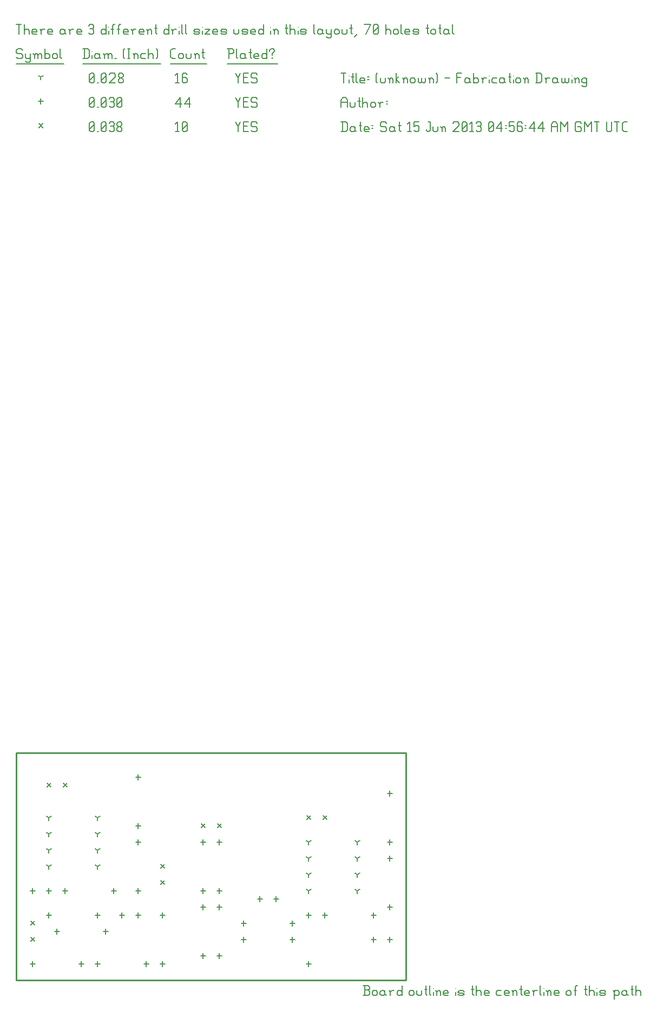
<source format=gbr>
G04 start of page 12 for group -3984 idx -3984 *
G04 Title: (unknown), fab *
G04 Creator: pcb 20110918 *
G04 CreationDate: Sat 15 Jun 2013 04:56:44 AM GMT UTC *
G04 For: commonadmin *
G04 Format: Gerber/RS-274X *
G04 PCB-Dimensions: 600000 500000 *
G04 PCB-Coordinate-Origin: lower left *
%MOIN*%
%FSLAX25Y25*%
%LNFAB*%
%ADD40C,0.0100*%
%ADD39C,0.0075*%
%ADD38C,0.0060*%
%ADD37C,0.0080*%
G54D37*X18800Y121200D02*X21200Y118800D01*
X18800D02*X21200Y121200D01*
X28800D02*X31200Y118800D01*
X28800D02*X31200Y121200D01*
X88800Y71200D02*X91200Y68800D01*
X88800D02*X91200Y71200D01*
X88800Y61200D02*X91200Y58800D01*
X88800D02*X91200Y61200D01*
X8800Y26200D02*X11200Y23800D01*
X8800D02*X11200Y26200D01*
X8800Y36200D02*X11200Y33800D01*
X8800D02*X11200Y36200D01*
X178800Y101200D02*X181200Y98800D01*
X178800D02*X181200Y101200D01*
X188800D02*X191200Y98800D01*
X188800D02*X191200Y101200D01*
X123800Y96200D02*X126200Y93800D01*
X123800D02*X126200Y96200D01*
X113800D02*X116200Y93800D01*
X113800D02*X116200Y96200D01*
X13800Y527450D02*X16200Y525050D01*
X13800D02*X16200Y527450D01*
G54D38*X135000Y528500D02*X136500Y525500D01*
X138000Y528500D01*
X136500Y525500D02*Y522500D01*
X139800Y525800D02*X142050D01*
X139800Y522500D02*X142800D01*
X139800Y528500D02*Y522500D01*
Y528500D02*X142800D01*
X147600D02*X148350Y527750D01*
X145350Y528500D02*X147600D01*
X144600Y527750D02*X145350Y528500D01*
X144600Y527750D02*Y526250D01*
X145350Y525500D01*
X147600D01*
X148350Y524750D01*
Y523250D01*
X147600Y522500D02*X148350Y523250D01*
X145350Y522500D02*X147600D01*
X144600Y523250D02*X145350Y522500D01*
X98000Y527300D02*X99200Y528500D01*
Y522500D01*
X98000D02*X100250D01*
X102050Y523250D02*X102800Y522500D01*
X102050Y527750D02*Y523250D01*
Y527750D02*X102800Y528500D01*
X104300D01*
X105050Y527750D01*
Y523250D01*
X104300Y522500D02*X105050Y523250D01*
X102800Y522500D02*X104300D01*
X102050Y524000D02*X105050Y527000D01*
X45000Y523250D02*X45750Y522500D01*
X45000Y527750D02*Y523250D01*
Y527750D02*X45750Y528500D01*
X47250D01*
X48000Y527750D01*
Y523250D01*
X47250Y522500D02*X48000Y523250D01*
X45750Y522500D02*X47250D01*
X45000Y524000D02*X48000Y527000D01*
X49800Y522500D02*X50550D01*
X52350Y523250D02*X53100Y522500D01*
X52350Y527750D02*Y523250D01*
Y527750D02*X53100Y528500D01*
X54600D01*
X55350Y527750D01*
Y523250D01*
X54600Y522500D02*X55350Y523250D01*
X53100Y522500D02*X54600D01*
X52350Y524000D02*X55350Y527000D01*
X57150Y527750D02*X57900Y528500D01*
X59400D01*
X60150Y527750D01*
X59400Y522500D02*X60150Y523250D01*
X57900Y522500D02*X59400D01*
X57150Y523250D02*X57900Y522500D01*
Y525800D02*X59400D01*
X60150Y527750D02*Y526550D01*
Y525050D02*Y523250D01*
Y525050D02*X59400Y525800D01*
X60150Y526550D02*X59400Y525800D01*
X61950Y523250D02*X62700Y522500D01*
X61950Y524450D02*Y523250D01*
Y524450D02*X63000Y525500D01*
X63900D01*
X64950Y524450D01*
Y523250D01*
X64200Y522500D02*X64950Y523250D01*
X62700Y522500D02*X64200D01*
X61950Y526550D02*X63000Y525500D01*
X61950Y527750D02*Y526550D01*
Y527750D02*X62700Y528500D01*
X64200D01*
X64950Y527750D01*
Y526550D01*
X63900Y525500D02*X64950Y526550D01*
X50000Y11600D02*Y8400D01*
X48400Y10000D02*X51600D01*
X80000Y11600D02*Y8400D01*
X78400Y10000D02*X81600D01*
X20000Y41600D02*Y38400D01*
X18400Y40000D02*X21600D01*
X50000Y41600D02*Y38400D01*
X48400Y40000D02*X51600D01*
X10000Y56600D02*Y53400D01*
X8400Y55000D02*X11600D01*
X20000Y56600D02*Y53400D01*
X18400Y55000D02*X21600D01*
X30000Y56600D02*Y53400D01*
X28400Y55000D02*X31600D01*
X60000Y56600D02*Y53400D01*
X58400Y55000D02*X61600D01*
X75000Y41600D02*Y38400D01*
X73400Y40000D02*X76600D01*
X65000Y41600D02*Y38400D01*
X63400Y40000D02*X66600D01*
X75000Y96600D02*Y93400D01*
X73400Y95000D02*X76600D01*
X75000Y126600D02*Y123400D01*
X73400Y125000D02*X76600D01*
X75000Y56600D02*Y53400D01*
X73400Y55000D02*X76600D01*
X75000Y86600D02*Y83400D01*
X73400Y85000D02*X76600D01*
X55000Y31600D02*Y28400D01*
X53400Y30000D02*X56600D01*
X25000Y31600D02*Y28400D01*
X23400Y30000D02*X26600D01*
X40000Y11600D02*Y8400D01*
X38400Y10000D02*X41600D01*
X10000Y11600D02*Y8400D01*
X8400Y10000D02*X11600D01*
X90000Y11600D02*Y8400D01*
X88400Y10000D02*X91600D01*
X90000Y41600D02*Y38400D01*
X88400Y40000D02*X91600D01*
X125000Y16600D02*Y13400D01*
X123400Y15000D02*X126600D01*
X125000Y46600D02*Y43400D01*
X123400Y45000D02*X126600D01*
X115000Y16600D02*Y13400D01*
X113400Y15000D02*X116600D01*
X115000Y46600D02*Y43400D01*
X113400Y45000D02*X116600D01*
X125000Y56600D02*Y53400D01*
X123400Y55000D02*X126600D01*
X125000Y86600D02*Y83400D01*
X123400Y85000D02*X126600D01*
X115000Y56600D02*Y53400D01*
X113400Y55000D02*X116600D01*
X115000Y86600D02*Y83400D01*
X113400Y85000D02*X116600D01*
X160000Y51600D02*Y48400D01*
X158400Y50000D02*X161600D01*
X150000Y51600D02*Y48400D01*
X148400Y50000D02*X151600D01*
X190000Y41600D02*Y38400D01*
X188400Y40000D02*X191600D01*
X220000Y41600D02*Y38400D01*
X218400Y40000D02*X221600D01*
X230000Y26600D02*Y23400D01*
X228400Y25000D02*X231600D01*
X220000Y26600D02*Y23400D01*
X218400Y25000D02*X221600D01*
X230000Y86600D02*Y83400D01*
X228400Y85000D02*X231600D01*
X230000Y116600D02*Y113400D01*
X228400Y115000D02*X231600D01*
X230000Y46600D02*Y43400D01*
X228400Y45000D02*X231600D01*
X230000Y76600D02*Y73400D01*
X228400Y75000D02*X231600D01*
X180000Y41600D02*Y38400D01*
X178400Y40000D02*X181600D01*
X180000Y11600D02*Y8400D01*
X178400Y10000D02*X181600D01*
X140000Y36600D02*Y33400D01*
X138400Y35000D02*X141600D01*
X170000Y36600D02*Y33400D01*
X168400Y35000D02*X171600D01*
X170000Y26600D02*Y23400D01*
X168400Y25000D02*X171600D01*
X140000Y26600D02*Y23400D01*
X138400Y25000D02*X141600D01*
X15000Y542850D02*Y539650D01*
X13400Y541250D02*X16600D01*
X135000Y543500D02*X136500Y540500D01*
X138000Y543500D01*
X136500Y540500D02*Y537500D01*
X139800Y540800D02*X142050D01*
X139800Y537500D02*X142800D01*
X139800Y543500D02*Y537500D01*
Y543500D02*X142800D01*
X147600D02*X148350Y542750D01*
X145350Y543500D02*X147600D01*
X144600Y542750D02*X145350Y543500D01*
X144600Y542750D02*Y541250D01*
X145350Y540500D01*
X147600D01*
X148350Y539750D01*
Y538250D01*
X147600Y537500D02*X148350Y538250D01*
X145350Y537500D02*X147600D01*
X144600Y538250D02*X145350Y537500D01*
X98000Y539750D02*X101000Y543500D01*
X98000Y539750D02*X101750D01*
X101000Y543500D02*Y537500D01*
X103550Y539750D02*X106550Y543500D01*
X103550Y539750D02*X107300D01*
X106550Y543500D02*Y537500D01*
X45000Y538250D02*X45750Y537500D01*
X45000Y542750D02*Y538250D01*
Y542750D02*X45750Y543500D01*
X47250D01*
X48000Y542750D01*
Y538250D01*
X47250Y537500D02*X48000Y538250D01*
X45750Y537500D02*X47250D01*
X45000Y539000D02*X48000Y542000D01*
X49800Y537500D02*X50550D01*
X52350Y538250D02*X53100Y537500D01*
X52350Y542750D02*Y538250D01*
Y542750D02*X53100Y543500D01*
X54600D01*
X55350Y542750D01*
Y538250D01*
X54600Y537500D02*X55350Y538250D01*
X53100Y537500D02*X54600D01*
X52350Y539000D02*X55350Y542000D01*
X57150Y542750D02*X57900Y543500D01*
X59400D01*
X60150Y542750D01*
X59400Y537500D02*X60150Y538250D01*
X57900Y537500D02*X59400D01*
X57150Y538250D02*X57900Y537500D01*
Y540800D02*X59400D01*
X60150Y542750D02*Y541550D01*
Y540050D02*Y538250D01*
Y540050D02*X59400Y540800D01*
X60150Y541550D02*X59400Y540800D01*
X61950Y538250D02*X62700Y537500D01*
X61950Y542750D02*Y538250D01*
Y542750D02*X62700Y543500D01*
X64200D01*
X64950Y542750D01*
Y538250D01*
X64200Y537500D02*X64950Y538250D01*
X62700Y537500D02*X64200D01*
X61950Y539000D02*X64950Y542000D01*
X20000Y100000D02*Y98400D01*
Y100000D02*X21387Y100800D01*
X20000Y100000D02*X18613Y100800D01*
X20000Y90000D02*Y88400D01*
Y90000D02*X21387Y90800D01*
X20000Y90000D02*X18613Y90800D01*
X20000Y80000D02*Y78400D01*
Y80000D02*X21387Y80800D01*
X20000Y80000D02*X18613Y80800D01*
X20000Y70000D02*Y68400D01*
Y70000D02*X21387Y70800D01*
X20000Y70000D02*X18613Y70800D01*
X50000Y70000D02*Y68400D01*
Y70000D02*X51387Y70800D01*
X50000Y70000D02*X48613Y70800D01*
X50000Y80000D02*Y78400D01*
Y80000D02*X51387Y80800D01*
X50000Y80000D02*X48613Y80800D01*
X50000Y90000D02*Y88400D01*
Y90000D02*X51387Y90800D01*
X50000Y90000D02*X48613Y90800D01*
X50000Y100000D02*Y98400D01*
Y100000D02*X51387Y100800D01*
X50000Y100000D02*X48613Y100800D01*
X180000Y85000D02*Y83400D01*
Y85000D02*X181387Y85800D01*
X180000Y85000D02*X178613Y85800D01*
X180000Y75000D02*Y73400D01*
Y75000D02*X181387Y75800D01*
X180000Y75000D02*X178613Y75800D01*
X180000Y65000D02*Y63400D01*
Y65000D02*X181387Y65800D01*
X180000Y65000D02*X178613Y65800D01*
X180000Y55000D02*Y53400D01*
Y55000D02*X181387Y55800D01*
X180000Y55000D02*X178613Y55800D01*
X210000Y55000D02*Y53400D01*
Y55000D02*X211387Y55800D01*
X210000Y55000D02*X208613Y55800D01*
X210000Y65000D02*Y63400D01*
Y65000D02*X211387Y65800D01*
X210000Y65000D02*X208613Y65800D01*
X210000Y75000D02*Y73400D01*
Y75000D02*X211387Y75800D01*
X210000Y75000D02*X208613Y75800D01*
X210000Y85000D02*Y83400D01*
Y85000D02*X211387Y85800D01*
X210000Y85000D02*X208613Y85800D01*
X15000Y556250D02*Y554650D01*
Y556250D02*X16387Y557050D01*
X15000Y556250D02*X13613Y557050D01*
X135000Y558500D02*X136500Y555500D01*
X138000Y558500D01*
X136500Y555500D02*Y552500D01*
X139800Y555800D02*X142050D01*
X139800Y552500D02*X142800D01*
X139800Y558500D02*Y552500D01*
Y558500D02*X142800D01*
X147600D02*X148350Y557750D01*
X145350Y558500D02*X147600D01*
X144600Y557750D02*X145350Y558500D01*
X144600Y557750D02*Y556250D01*
X145350Y555500D01*
X147600D01*
X148350Y554750D01*
Y553250D01*
X147600Y552500D02*X148350Y553250D01*
X145350Y552500D02*X147600D01*
X144600Y553250D02*X145350Y552500D01*
X98000Y557300D02*X99200Y558500D01*
Y552500D01*
X98000D02*X100250D01*
X104300Y558500D02*X105050Y557750D01*
X102800Y558500D02*X104300D01*
X102050Y557750D02*X102800Y558500D01*
X102050Y557750D02*Y553250D01*
X102800Y552500D01*
X104300Y555800D02*X105050Y555050D01*
X102050Y555800D02*X104300D01*
X102800Y552500D02*X104300D01*
X105050Y553250D01*
Y555050D02*Y553250D01*
X45000D02*X45750Y552500D01*
X45000Y557750D02*Y553250D01*
Y557750D02*X45750Y558500D01*
X47250D01*
X48000Y557750D01*
Y553250D01*
X47250Y552500D02*X48000Y553250D01*
X45750Y552500D02*X47250D01*
X45000Y554000D02*X48000Y557000D01*
X49800Y552500D02*X50550D01*
X52350Y553250D02*X53100Y552500D01*
X52350Y557750D02*Y553250D01*
Y557750D02*X53100Y558500D01*
X54600D01*
X55350Y557750D01*
Y553250D01*
X54600Y552500D02*X55350Y553250D01*
X53100Y552500D02*X54600D01*
X52350Y554000D02*X55350Y557000D01*
X57150Y557750D02*X57900Y558500D01*
X60150D01*
X60900Y557750D01*
Y556250D01*
X57150Y552500D02*X60900Y556250D01*
X57150Y552500D02*X60900D01*
X62700Y553250D02*X63450Y552500D01*
X62700Y554450D02*Y553250D01*
Y554450D02*X63750Y555500D01*
X64650D01*
X65700Y554450D01*
Y553250D01*
X64950Y552500D02*X65700Y553250D01*
X63450Y552500D02*X64950D01*
X62700Y556550D02*X63750Y555500D01*
X62700Y557750D02*Y556550D01*
Y557750D02*X63450Y558500D01*
X64950D01*
X65700Y557750D01*
Y556550D01*
X64650Y555500D02*X65700Y556550D01*
X3000Y573500D02*X3750Y572750D01*
X750Y573500D02*X3000D01*
X0Y572750D02*X750Y573500D01*
X0Y572750D02*Y571250D01*
X750Y570500D01*
X3000D01*
X3750Y569750D01*
Y568250D01*
X3000Y567500D02*X3750Y568250D01*
X750Y567500D02*X3000D01*
X0Y568250D02*X750Y567500D01*
X5550Y570500D02*Y568250D01*
X6300Y567500D01*
X8550Y570500D02*Y566000D01*
X7800Y565250D02*X8550Y566000D01*
X6300Y565250D02*X7800D01*
X5550Y566000D02*X6300Y565250D01*
Y567500D02*X7800D01*
X8550Y568250D01*
X11100Y569750D02*Y567500D01*
Y569750D02*X11850Y570500D01*
X12600D01*
X13350Y569750D01*
Y567500D01*
Y569750D02*X14100Y570500D01*
X14850D01*
X15600Y569750D01*
Y567500D01*
X10350Y570500D02*X11100Y569750D01*
X17400Y573500D02*Y567500D01*
Y568250D02*X18150Y567500D01*
X19650D01*
X20400Y568250D01*
Y569750D02*Y568250D01*
X19650Y570500D02*X20400Y569750D01*
X18150Y570500D02*X19650D01*
X17400Y569750D02*X18150Y570500D01*
X22200Y569750D02*Y568250D01*
Y569750D02*X22950Y570500D01*
X24450D01*
X25200Y569750D01*
Y568250D01*
X24450Y567500D02*X25200Y568250D01*
X22950Y567500D02*X24450D01*
X22200Y568250D02*X22950Y567500D01*
X27000Y573500D02*Y568250D01*
X27750Y567500D01*
X0Y564250D02*X29250D01*
X41750Y573500D02*Y567500D01*
X43700Y573500D02*X44750Y572450D01*
Y568550D01*
X43700Y567500D02*X44750Y568550D01*
X41000Y567500D02*X43700D01*
X41000Y573500D02*X43700D01*
G54D39*X46550Y572000D02*Y571850D01*
G54D38*Y569750D02*Y567500D01*
X50300Y570500D02*X51050Y569750D01*
X48800Y570500D02*X50300D01*
X48050Y569750D02*X48800Y570500D01*
X48050Y569750D02*Y568250D01*
X48800Y567500D01*
X51050Y570500D02*Y568250D01*
X51800Y567500D01*
X48800D02*X50300D01*
X51050Y568250D01*
X54350Y569750D02*Y567500D01*
Y569750D02*X55100Y570500D01*
X55850D01*
X56600Y569750D01*
Y567500D01*
Y569750D02*X57350Y570500D01*
X58100D01*
X58850Y569750D01*
Y567500D01*
X53600Y570500D02*X54350Y569750D01*
X60650Y567500D02*X61400D01*
X65900Y568250D02*X66650Y567500D01*
X65900Y572750D02*X66650Y573500D01*
X65900Y572750D02*Y568250D01*
X68450Y573500D02*X69950D01*
X69200D02*Y567500D01*
X68450D02*X69950D01*
X72500Y569750D02*Y567500D01*
Y569750D02*X73250Y570500D01*
X74000D01*
X74750Y569750D01*
Y567500D01*
X71750Y570500D02*X72500Y569750D01*
X77300Y570500D02*X79550D01*
X76550Y569750D02*X77300Y570500D01*
X76550Y569750D02*Y568250D01*
X77300Y567500D01*
X79550D01*
X81350Y573500D02*Y567500D01*
Y569750D02*X82100Y570500D01*
X83600D01*
X84350Y569750D01*
Y567500D01*
X86150Y573500D02*X86900Y572750D01*
Y568250D01*
X86150Y567500D02*X86900Y568250D01*
X41000Y564250D02*X88700D01*
X96050Y567500D02*X98000D01*
X95000Y568550D02*X96050Y567500D01*
X95000Y572450D02*Y568550D01*
Y572450D02*X96050Y573500D01*
X98000D01*
X99800Y569750D02*Y568250D01*
Y569750D02*X100550Y570500D01*
X102050D01*
X102800Y569750D01*
Y568250D01*
X102050Y567500D02*X102800Y568250D01*
X100550Y567500D02*X102050D01*
X99800Y568250D02*X100550Y567500D01*
X104600Y570500D02*Y568250D01*
X105350Y567500D01*
X106850D01*
X107600Y568250D01*
Y570500D02*Y568250D01*
X110150Y569750D02*Y567500D01*
Y569750D02*X110900Y570500D01*
X111650D01*
X112400Y569750D01*
Y567500D01*
X109400Y570500D02*X110150Y569750D01*
X114950Y573500D02*Y568250D01*
X115700Y567500D01*
X114200Y571250D02*X115700D01*
X95000Y564250D02*X117200D01*
X130750Y573500D02*Y567500D01*
X130000Y573500D02*X133000D01*
X133750Y572750D01*
Y571250D01*
X133000Y570500D02*X133750Y571250D01*
X130750Y570500D02*X133000D01*
X135550Y573500D02*Y568250D01*
X136300Y567500D01*
X140050Y570500D02*X140800Y569750D01*
X138550Y570500D02*X140050D01*
X137800Y569750D02*X138550Y570500D01*
X137800Y569750D02*Y568250D01*
X138550Y567500D01*
X140800Y570500D02*Y568250D01*
X141550Y567500D01*
X138550D02*X140050D01*
X140800Y568250D01*
X144100Y573500D02*Y568250D01*
X144850Y567500D01*
X143350Y571250D02*X144850D01*
X147100Y567500D02*X149350D01*
X146350Y568250D02*X147100Y567500D01*
X146350Y569750D02*Y568250D01*
Y569750D02*X147100Y570500D01*
X148600D01*
X149350Y569750D01*
X146350Y569000D02*X149350D01*
Y569750D02*Y569000D01*
X154150Y573500D02*Y567500D01*
X153400D02*X154150Y568250D01*
X151900Y567500D02*X153400D01*
X151150Y568250D02*X151900Y567500D01*
X151150Y569750D02*Y568250D01*
Y569750D02*X151900Y570500D01*
X153400D01*
X154150Y569750D01*
X157450Y570500D02*Y569750D01*
Y568250D02*Y567500D01*
X155950Y572750D02*Y572000D01*
Y572750D02*X156700Y573500D01*
X158200D01*
X158950Y572750D01*
Y572000D01*
X157450Y570500D02*X158950Y572000D01*
X130000Y564250D02*X160750D01*
X0Y588500D02*X3000D01*
X1500D02*Y582500D01*
X4800Y588500D02*Y582500D01*
Y584750D02*X5550Y585500D01*
X7050D01*
X7800Y584750D01*
Y582500D01*
X10350D02*X12600D01*
X9600Y583250D02*X10350Y582500D01*
X9600Y584750D02*Y583250D01*
Y584750D02*X10350Y585500D01*
X11850D01*
X12600Y584750D01*
X9600Y584000D02*X12600D01*
Y584750D02*Y584000D01*
X15150Y584750D02*Y582500D01*
Y584750D02*X15900Y585500D01*
X17400D01*
X14400D02*X15150Y584750D01*
X19950Y582500D02*X22200D01*
X19200Y583250D02*X19950Y582500D01*
X19200Y584750D02*Y583250D01*
Y584750D02*X19950Y585500D01*
X21450D01*
X22200Y584750D01*
X19200Y584000D02*X22200D01*
Y584750D02*Y584000D01*
X28950Y585500D02*X29700Y584750D01*
X27450Y585500D02*X28950D01*
X26700Y584750D02*X27450Y585500D01*
X26700Y584750D02*Y583250D01*
X27450Y582500D01*
X29700Y585500D02*Y583250D01*
X30450Y582500D01*
X27450D02*X28950D01*
X29700Y583250D01*
X33000Y584750D02*Y582500D01*
Y584750D02*X33750Y585500D01*
X35250D01*
X32250D02*X33000Y584750D01*
X37800Y582500D02*X40050D01*
X37050Y583250D02*X37800Y582500D01*
X37050Y584750D02*Y583250D01*
Y584750D02*X37800Y585500D01*
X39300D01*
X40050Y584750D01*
X37050Y584000D02*X40050D01*
Y584750D02*Y584000D01*
X44550Y587750D02*X45300Y588500D01*
X46800D01*
X47550Y587750D01*
X46800Y582500D02*X47550Y583250D01*
X45300Y582500D02*X46800D01*
X44550Y583250D02*X45300Y582500D01*
Y585800D02*X46800D01*
X47550Y587750D02*Y586550D01*
Y585050D02*Y583250D01*
Y585050D02*X46800Y585800D01*
X47550Y586550D02*X46800Y585800D01*
X55050Y588500D02*Y582500D01*
X54300D02*X55050Y583250D01*
X52800Y582500D02*X54300D01*
X52050Y583250D02*X52800Y582500D01*
X52050Y584750D02*Y583250D01*
Y584750D02*X52800Y585500D01*
X54300D01*
X55050Y584750D01*
G54D39*X56850Y587000D02*Y586850D01*
G54D38*Y584750D02*Y582500D01*
X59100Y587750D02*Y582500D01*
Y587750D02*X59850Y588500D01*
X60600D01*
X58350Y585500D02*X59850D01*
X62850Y587750D02*Y582500D01*
Y587750D02*X63600Y588500D01*
X64350D01*
X62100Y585500D02*X63600D01*
X66600Y582500D02*X68850D01*
X65850Y583250D02*X66600Y582500D01*
X65850Y584750D02*Y583250D01*
Y584750D02*X66600Y585500D01*
X68100D01*
X68850Y584750D01*
X65850Y584000D02*X68850D01*
Y584750D02*Y584000D01*
X71400Y584750D02*Y582500D01*
Y584750D02*X72150Y585500D01*
X73650D01*
X70650D02*X71400Y584750D01*
X76200Y582500D02*X78450D01*
X75450Y583250D02*X76200Y582500D01*
X75450Y584750D02*Y583250D01*
Y584750D02*X76200Y585500D01*
X77700D01*
X78450Y584750D01*
X75450Y584000D02*X78450D01*
Y584750D02*Y584000D01*
X81000Y584750D02*Y582500D01*
Y584750D02*X81750Y585500D01*
X82500D01*
X83250Y584750D01*
Y582500D01*
X80250Y585500D02*X81000Y584750D01*
X85800Y588500D02*Y583250D01*
X86550Y582500D01*
X85050Y586250D02*X86550D01*
X93750Y588500D02*Y582500D01*
X93000D02*X93750Y583250D01*
X91500Y582500D02*X93000D01*
X90750Y583250D02*X91500Y582500D01*
X90750Y584750D02*Y583250D01*
Y584750D02*X91500Y585500D01*
X93000D01*
X93750Y584750D01*
X96300D02*Y582500D01*
Y584750D02*X97050Y585500D01*
X98550D01*
X95550D02*X96300Y584750D01*
G54D39*X100350Y587000D02*Y586850D01*
G54D38*Y584750D02*Y582500D01*
X101850Y588500D02*Y583250D01*
X102600Y582500D01*
X104100Y588500D02*Y583250D01*
X104850Y582500D01*
X109800D02*X112050D01*
X112800Y583250D01*
X112050Y584000D02*X112800Y583250D01*
X109800Y584000D02*X112050D01*
X109050Y584750D02*X109800Y584000D01*
X109050Y584750D02*X109800Y585500D01*
X112050D01*
X112800Y584750D01*
X109050Y583250D02*X109800Y582500D01*
G54D39*X114600Y587000D02*Y586850D01*
G54D38*Y584750D02*Y582500D01*
X116100Y585500D02*X119100D01*
X116100Y582500D02*X119100Y585500D01*
X116100Y582500D02*X119100D01*
X121650D02*X123900D01*
X120900Y583250D02*X121650Y582500D01*
X120900Y584750D02*Y583250D01*
Y584750D02*X121650Y585500D01*
X123150D01*
X123900Y584750D01*
X120900Y584000D02*X123900D01*
Y584750D02*Y584000D01*
X126450Y582500D02*X128700D01*
X129450Y583250D01*
X128700Y584000D02*X129450Y583250D01*
X126450Y584000D02*X128700D01*
X125700Y584750D02*X126450Y584000D01*
X125700Y584750D02*X126450Y585500D01*
X128700D01*
X129450Y584750D01*
X125700Y583250D02*X126450Y582500D01*
X133950Y585500D02*Y583250D01*
X134700Y582500D01*
X136200D01*
X136950Y583250D01*
Y585500D02*Y583250D01*
X139500Y582500D02*X141750D01*
X142500Y583250D01*
X141750Y584000D02*X142500Y583250D01*
X139500Y584000D02*X141750D01*
X138750Y584750D02*X139500Y584000D01*
X138750Y584750D02*X139500Y585500D01*
X141750D01*
X142500Y584750D01*
X138750Y583250D02*X139500Y582500D01*
X145050D02*X147300D01*
X144300Y583250D02*X145050Y582500D01*
X144300Y584750D02*Y583250D01*
Y584750D02*X145050Y585500D01*
X146550D01*
X147300Y584750D01*
X144300Y584000D02*X147300D01*
Y584750D02*Y584000D01*
X152100Y588500D02*Y582500D01*
X151350D02*X152100Y583250D01*
X149850Y582500D02*X151350D01*
X149100Y583250D02*X149850Y582500D01*
X149100Y584750D02*Y583250D01*
Y584750D02*X149850Y585500D01*
X151350D01*
X152100Y584750D01*
G54D39*X156600Y587000D02*Y586850D01*
G54D38*Y584750D02*Y582500D01*
X158850Y584750D02*Y582500D01*
Y584750D02*X159600Y585500D01*
X160350D01*
X161100Y584750D01*
Y582500D01*
X158100Y585500D02*X158850Y584750D01*
X166350Y588500D02*Y583250D01*
X167100Y582500D01*
X165600Y586250D02*X167100D01*
X168600Y588500D02*Y582500D01*
Y584750D02*X169350Y585500D01*
X170850D01*
X171600Y584750D01*
Y582500D01*
G54D39*X173400Y587000D02*Y586850D01*
G54D38*Y584750D02*Y582500D01*
X175650D02*X177900D01*
X178650Y583250D01*
X177900Y584000D02*X178650Y583250D01*
X175650Y584000D02*X177900D01*
X174900Y584750D02*X175650Y584000D01*
X174900Y584750D02*X175650Y585500D01*
X177900D01*
X178650Y584750D01*
X174900Y583250D02*X175650Y582500D01*
X183150Y588500D02*Y583250D01*
X183900Y582500D01*
X187650Y585500D02*X188400Y584750D01*
X186150Y585500D02*X187650D01*
X185400Y584750D02*X186150Y585500D01*
X185400Y584750D02*Y583250D01*
X186150Y582500D01*
X188400Y585500D02*Y583250D01*
X189150Y582500D01*
X186150D02*X187650D01*
X188400Y583250D01*
X190950Y585500D02*Y583250D01*
X191700Y582500D01*
X193950Y585500D02*Y581000D01*
X193200Y580250D02*X193950Y581000D01*
X191700Y580250D02*X193200D01*
X190950Y581000D02*X191700Y580250D01*
Y582500D02*X193200D01*
X193950Y583250D01*
X195750Y584750D02*Y583250D01*
Y584750D02*X196500Y585500D01*
X198000D01*
X198750Y584750D01*
Y583250D01*
X198000Y582500D02*X198750Y583250D01*
X196500Y582500D02*X198000D01*
X195750Y583250D02*X196500Y582500D01*
X200550Y585500D02*Y583250D01*
X201300Y582500D01*
X202800D01*
X203550Y583250D01*
Y585500D02*Y583250D01*
X206100Y588500D02*Y583250D01*
X206850Y582500D01*
X205350Y586250D02*X206850D01*
X208350Y581000D02*X209850Y582500D01*
X215100D02*X218100Y588500D01*
X214350D02*X218100D01*
X219900Y583250D02*X220650Y582500D01*
X219900Y587750D02*Y583250D01*
Y587750D02*X220650Y588500D01*
X222150D01*
X222900Y587750D01*
Y583250D01*
X222150Y582500D02*X222900Y583250D01*
X220650Y582500D02*X222150D01*
X219900Y584000D02*X222900Y587000D01*
X227400Y588500D02*Y582500D01*
Y584750D02*X228150Y585500D01*
X229650D01*
X230400Y584750D01*
Y582500D01*
X232200Y584750D02*Y583250D01*
Y584750D02*X232950Y585500D01*
X234450D01*
X235200Y584750D01*
Y583250D01*
X234450Y582500D02*X235200Y583250D01*
X232950Y582500D02*X234450D01*
X232200Y583250D02*X232950Y582500D01*
X237000Y588500D02*Y583250D01*
X237750Y582500D01*
X240000D02*X242250D01*
X239250Y583250D02*X240000Y582500D01*
X239250Y584750D02*Y583250D01*
Y584750D02*X240000Y585500D01*
X241500D01*
X242250Y584750D01*
X239250Y584000D02*X242250D01*
Y584750D02*Y584000D01*
X244800Y582500D02*X247050D01*
X247800Y583250D01*
X247050Y584000D02*X247800Y583250D01*
X244800Y584000D02*X247050D01*
X244050Y584750D02*X244800Y584000D01*
X244050Y584750D02*X244800Y585500D01*
X247050D01*
X247800Y584750D01*
X244050Y583250D02*X244800Y582500D01*
X253050Y588500D02*Y583250D01*
X253800Y582500D01*
X252300Y586250D02*X253800D01*
X255300Y584750D02*Y583250D01*
Y584750D02*X256050Y585500D01*
X257550D01*
X258300Y584750D01*
Y583250D01*
X257550Y582500D02*X258300Y583250D01*
X256050Y582500D02*X257550D01*
X255300Y583250D02*X256050Y582500D01*
X260850Y588500D02*Y583250D01*
X261600Y582500D01*
X260100Y586250D02*X261600D01*
X265350Y585500D02*X266100Y584750D01*
X263850Y585500D02*X265350D01*
X263100Y584750D02*X263850Y585500D01*
X263100Y584750D02*Y583250D01*
X263850Y582500D01*
X266100Y585500D02*Y583250D01*
X266850Y582500D01*
X263850D02*X265350D01*
X266100Y583250D01*
X268650Y588500D02*Y583250D01*
X269400Y582500D01*
G54D40*X0Y0D02*X240000D01*
Y140000D01*
X0D01*
Y0D01*
G54D38*X213675Y-9500D02*X216675D01*
X217425Y-8750D01*
Y-6950D02*Y-8750D01*
X216675Y-6200D02*X217425Y-6950D01*
X214425Y-6200D02*X216675D01*
X214425Y-3500D02*Y-9500D01*
X213675Y-3500D02*X216675D01*
X217425Y-4250D01*
Y-5450D01*
X216675Y-6200D02*X217425Y-5450D01*
X219225Y-7250D02*Y-8750D01*
Y-7250D02*X219975Y-6500D01*
X221475D01*
X222225Y-7250D01*
Y-8750D01*
X221475Y-9500D02*X222225Y-8750D01*
X219975Y-9500D02*X221475D01*
X219225Y-8750D02*X219975Y-9500D01*
X226275Y-6500D02*X227025Y-7250D01*
X224775Y-6500D02*X226275D01*
X224025Y-7250D02*X224775Y-6500D01*
X224025Y-7250D02*Y-8750D01*
X224775Y-9500D01*
X227025Y-6500D02*Y-8750D01*
X227775Y-9500D01*
X224775D02*X226275D01*
X227025Y-8750D01*
X230325Y-7250D02*Y-9500D01*
Y-7250D02*X231075Y-6500D01*
X232575D01*
X229575D02*X230325Y-7250D01*
X237375Y-3500D02*Y-9500D01*
X236625D02*X237375Y-8750D01*
X235125Y-9500D02*X236625D01*
X234375Y-8750D02*X235125Y-9500D01*
X234375Y-7250D02*Y-8750D01*
Y-7250D02*X235125Y-6500D01*
X236625D01*
X237375Y-7250D01*
X241875D02*Y-8750D01*
Y-7250D02*X242625Y-6500D01*
X244125D01*
X244875Y-7250D01*
Y-8750D01*
X244125Y-9500D02*X244875Y-8750D01*
X242625Y-9500D02*X244125D01*
X241875Y-8750D02*X242625Y-9500D01*
X246675Y-6500D02*Y-8750D01*
X247425Y-9500D01*
X248925D01*
X249675Y-8750D01*
Y-6500D02*Y-8750D01*
X252225Y-3500D02*Y-8750D01*
X252975Y-9500D01*
X251475Y-5750D02*X252975D01*
X254475Y-3500D02*Y-8750D01*
X255225Y-9500D01*
G54D39*X256725Y-5000D02*Y-5150D01*
G54D38*Y-7250D02*Y-9500D01*
X258975Y-7250D02*Y-9500D01*
Y-7250D02*X259725Y-6500D01*
X260475D01*
X261225Y-7250D01*
Y-9500D01*
X258225Y-6500D02*X258975Y-7250D01*
X263775Y-9500D02*X266025D01*
X263025Y-8750D02*X263775Y-9500D01*
X263025Y-7250D02*Y-8750D01*
Y-7250D02*X263775Y-6500D01*
X265275D01*
X266025Y-7250D01*
X263025Y-8000D02*X266025D01*
Y-7250D02*Y-8000D01*
G54D39*X270525Y-5000D02*Y-5150D01*
G54D38*Y-7250D02*Y-9500D01*
X272775D02*X275025D01*
X275775Y-8750D01*
X275025Y-8000D02*X275775Y-8750D01*
X272775Y-8000D02*X275025D01*
X272025Y-7250D02*X272775Y-8000D01*
X272025Y-7250D02*X272775Y-6500D01*
X275025D01*
X275775Y-7250D01*
X272025Y-8750D02*X272775Y-9500D01*
X281025Y-3500D02*Y-8750D01*
X281775Y-9500D01*
X280275Y-5750D02*X281775D01*
X283275Y-3500D02*Y-9500D01*
Y-7250D02*X284025Y-6500D01*
X285525D01*
X286275Y-7250D01*
Y-9500D01*
X288825D02*X291075D01*
X288075Y-8750D02*X288825Y-9500D01*
X288075Y-7250D02*Y-8750D01*
Y-7250D02*X288825Y-6500D01*
X290325D01*
X291075Y-7250D01*
X288075Y-8000D02*X291075D01*
Y-7250D02*Y-8000D01*
X296325Y-6500D02*X298575D01*
X295575Y-7250D02*X296325Y-6500D01*
X295575Y-7250D02*Y-8750D01*
X296325Y-9500D01*
X298575D01*
X301125D02*X303375D01*
X300375Y-8750D02*X301125Y-9500D01*
X300375Y-7250D02*Y-8750D01*
Y-7250D02*X301125Y-6500D01*
X302625D01*
X303375Y-7250D01*
X300375Y-8000D02*X303375D01*
Y-7250D02*Y-8000D01*
X305925Y-7250D02*Y-9500D01*
Y-7250D02*X306675Y-6500D01*
X307425D01*
X308175Y-7250D01*
Y-9500D01*
X305175Y-6500D02*X305925Y-7250D01*
X310725Y-3500D02*Y-8750D01*
X311475Y-9500D01*
X309975Y-5750D02*X311475D01*
X313725Y-9500D02*X315975D01*
X312975Y-8750D02*X313725Y-9500D01*
X312975Y-7250D02*Y-8750D01*
Y-7250D02*X313725Y-6500D01*
X315225D01*
X315975Y-7250D01*
X312975Y-8000D02*X315975D01*
Y-7250D02*Y-8000D01*
X318525Y-7250D02*Y-9500D01*
Y-7250D02*X319275Y-6500D01*
X320775D01*
X317775D02*X318525Y-7250D01*
X322575Y-3500D02*Y-8750D01*
X323325Y-9500D01*
G54D39*X324825Y-5000D02*Y-5150D01*
G54D38*Y-7250D02*Y-9500D01*
X327075Y-7250D02*Y-9500D01*
Y-7250D02*X327825Y-6500D01*
X328575D01*
X329325Y-7250D01*
Y-9500D01*
X326325Y-6500D02*X327075Y-7250D01*
X331875Y-9500D02*X334125D01*
X331125Y-8750D02*X331875Y-9500D01*
X331125Y-7250D02*Y-8750D01*
Y-7250D02*X331875Y-6500D01*
X333375D01*
X334125Y-7250D01*
X331125Y-8000D02*X334125D01*
Y-7250D02*Y-8000D01*
X338625Y-7250D02*Y-8750D01*
Y-7250D02*X339375Y-6500D01*
X340875D01*
X341625Y-7250D01*
Y-8750D01*
X340875Y-9500D02*X341625Y-8750D01*
X339375Y-9500D02*X340875D01*
X338625Y-8750D02*X339375Y-9500D01*
X344175Y-4250D02*Y-9500D01*
Y-4250D02*X344925Y-3500D01*
X345675D01*
X343425Y-6500D02*X344925D01*
X350625Y-3500D02*Y-8750D01*
X351375Y-9500D01*
X349875Y-5750D02*X351375D01*
X352875Y-3500D02*Y-9500D01*
Y-7250D02*X353625Y-6500D01*
X355125D01*
X355875Y-7250D01*
Y-9500D01*
G54D39*X357675Y-5000D02*Y-5150D01*
G54D38*Y-7250D02*Y-9500D01*
X359925D02*X362175D01*
X362925Y-8750D01*
X362175Y-8000D02*X362925Y-8750D01*
X359925Y-8000D02*X362175D01*
X359175Y-7250D02*X359925Y-8000D01*
X359175Y-7250D02*X359925Y-6500D01*
X362175D01*
X362925Y-7250D01*
X359175Y-8750D02*X359925Y-9500D01*
X368175Y-7250D02*Y-11750D01*
X367425Y-6500D02*X368175Y-7250D01*
X368925Y-6500D01*
X370425D01*
X371175Y-7250D01*
Y-8750D01*
X370425Y-9500D02*X371175Y-8750D01*
X368925Y-9500D02*X370425D01*
X368175Y-8750D02*X368925Y-9500D01*
X375225Y-6500D02*X375975Y-7250D01*
X373725Y-6500D02*X375225D01*
X372975Y-7250D02*X373725Y-6500D01*
X372975Y-7250D02*Y-8750D01*
X373725Y-9500D01*
X375975Y-6500D02*Y-8750D01*
X376725Y-9500D01*
X373725D02*X375225D01*
X375975Y-8750D01*
X379275Y-3500D02*Y-8750D01*
X380025Y-9500D01*
X378525Y-5750D02*X380025D01*
X381525Y-3500D02*Y-9500D01*
Y-7250D02*X382275Y-6500D01*
X383775D01*
X384525Y-7250D01*
Y-9500D01*
X200750Y528500D02*Y522500D01*
X202700Y528500D02*X203750Y527450D01*
Y523550D01*
X202700Y522500D02*X203750Y523550D01*
X200000Y522500D02*X202700D01*
X200000Y528500D02*X202700D01*
X207800Y525500D02*X208550Y524750D01*
X206300Y525500D02*X207800D01*
X205550Y524750D02*X206300Y525500D01*
X205550Y524750D02*Y523250D01*
X206300Y522500D01*
X208550Y525500D02*Y523250D01*
X209300Y522500D01*
X206300D02*X207800D01*
X208550Y523250D01*
X211850Y528500D02*Y523250D01*
X212600Y522500D01*
X211100Y526250D02*X212600D01*
X214850Y522500D02*X217100D01*
X214100Y523250D02*X214850Y522500D01*
X214100Y524750D02*Y523250D01*
Y524750D02*X214850Y525500D01*
X216350D01*
X217100Y524750D01*
X214100Y524000D02*X217100D01*
Y524750D02*Y524000D01*
X218900Y526250D02*X219650D01*
X218900Y524750D02*X219650D01*
X227150Y528500D02*X227900Y527750D01*
X224900Y528500D02*X227150D01*
X224150Y527750D02*X224900Y528500D01*
X224150Y527750D02*Y526250D01*
X224900Y525500D01*
X227150D01*
X227900Y524750D01*
Y523250D01*
X227150Y522500D02*X227900Y523250D01*
X224900Y522500D02*X227150D01*
X224150Y523250D02*X224900Y522500D01*
X231950Y525500D02*X232700Y524750D01*
X230450Y525500D02*X231950D01*
X229700Y524750D02*X230450Y525500D01*
X229700Y524750D02*Y523250D01*
X230450Y522500D01*
X232700Y525500D02*Y523250D01*
X233450Y522500D01*
X230450D02*X231950D01*
X232700Y523250D01*
X236000Y528500D02*Y523250D01*
X236750Y522500D01*
X235250Y526250D02*X236750D01*
X240950Y527300D02*X242150Y528500D01*
Y522500D01*
X240950D02*X243200D01*
X245000Y528500D02*X248000D01*
X245000D02*Y525500D01*
X245750Y526250D01*
X247250D01*
X248000Y525500D01*
Y523250D01*
X247250Y522500D02*X248000Y523250D01*
X245750Y522500D02*X247250D01*
X245000Y523250D02*X245750Y522500D01*
X253550Y528500D02*X254750D01*
Y523250D01*
X254000Y522500D02*X254750Y523250D01*
X253250Y522500D02*X254000D01*
X252500Y523250D02*X253250Y522500D01*
X252500Y524000D02*Y523250D01*
X256550Y525500D02*Y523250D01*
X257300Y522500D01*
X258800D01*
X259550Y523250D01*
Y525500D02*Y523250D01*
X262100Y524750D02*Y522500D01*
Y524750D02*X262850Y525500D01*
X263600D01*
X264350Y524750D01*
Y522500D01*
X261350Y525500D02*X262100Y524750D01*
X268850Y527750D02*X269600Y528500D01*
X271850D01*
X272600Y527750D01*
Y526250D01*
X268850Y522500D02*X272600Y526250D01*
X268850Y522500D02*X272600D01*
X274400Y523250D02*X275150Y522500D01*
X274400Y527750D02*Y523250D01*
Y527750D02*X275150Y528500D01*
X276650D01*
X277400Y527750D01*
Y523250D01*
X276650Y522500D02*X277400Y523250D01*
X275150Y522500D02*X276650D01*
X274400Y524000D02*X277400Y527000D01*
X279200Y527300D02*X280400Y528500D01*
Y522500D01*
X279200D02*X281450D01*
X283250Y527750D02*X284000Y528500D01*
X285500D01*
X286250Y527750D01*
X285500Y522500D02*X286250Y523250D01*
X284000Y522500D02*X285500D01*
X283250Y523250D02*X284000Y522500D01*
Y525800D02*X285500D01*
X286250Y527750D02*Y526550D01*
Y525050D02*Y523250D01*
Y525050D02*X285500Y525800D01*
X286250Y526550D02*X285500Y525800D01*
X290750Y523250D02*X291500Y522500D01*
X290750Y527750D02*Y523250D01*
Y527750D02*X291500Y528500D01*
X293000D01*
X293750Y527750D01*
Y523250D01*
X293000Y522500D02*X293750Y523250D01*
X291500Y522500D02*X293000D01*
X290750Y524000D02*X293750Y527000D01*
X295550Y524750D02*X298550Y528500D01*
X295550Y524750D02*X299300D01*
X298550Y528500D02*Y522500D01*
X301100Y526250D02*X301850D01*
X301100Y524750D02*X301850D01*
X303650Y528500D02*X306650D01*
X303650D02*Y525500D01*
X304400Y526250D01*
X305900D01*
X306650Y525500D01*
Y523250D01*
X305900Y522500D02*X306650Y523250D01*
X304400Y522500D02*X305900D01*
X303650Y523250D02*X304400Y522500D01*
X310700Y528500D02*X311450Y527750D01*
X309200Y528500D02*X310700D01*
X308450Y527750D02*X309200Y528500D01*
X308450Y527750D02*Y523250D01*
X309200Y522500D01*
X310700Y525800D02*X311450Y525050D01*
X308450Y525800D02*X310700D01*
X309200Y522500D02*X310700D01*
X311450Y523250D01*
Y525050D02*Y523250D01*
X313250Y526250D02*X314000D01*
X313250Y524750D02*X314000D01*
X315800D02*X318800Y528500D01*
X315800Y524750D02*X319550D01*
X318800Y528500D02*Y522500D01*
X321350Y524750D02*X324350Y528500D01*
X321350Y524750D02*X325100D01*
X324350Y528500D02*Y522500D01*
X329600Y527000D02*Y522500D01*
Y527000D02*X330650Y528500D01*
X332300D01*
X333350Y527000D01*
Y522500D01*
X329600Y525500D02*X333350D01*
X335150Y528500D02*Y522500D01*
Y528500D02*X337400Y525500D01*
X339650Y528500D01*
Y522500D01*
X347150Y528500D02*X347900Y527750D01*
X344900Y528500D02*X347150D01*
X344150Y527750D02*X344900Y528500D01*
X344150Y527750D02*Y523250D01*
X344900Y522500D01*
X347150D01*
X347900Y523250D01*
Y524750D02*Y523250D01*
X347150Y525500D02*X347900Y524750D01*
X345650Y525500D02*X347150D01*
X349700Y528500D02*Y522500D01*
Y528500D02*X351950Y525500D01*
X354200Y528500D01*
Y522500D01*
X356000Y528500D02*X359000D01*
X357500D02*Y522500D01*
X363500Y528500D02*Y523250D01*
X364250Y522500D01*
X365750D01*
X366500Y523250D01*
Y528500D02*Y523250D01*
X368300Y528500D02*X371300D01*
X369800D02*Y522500D01*
X374150D02*X376100D01*
X373100Y523550D02*X374150Y522500D01*
X373100Y527450D02*Y523550D01*
Y527450D02*X374150Y528500D01*
X376100D01*
X200000Y542000D02*Y537500D01*
Y542000D02*X201050Y543500D01*
X202700D01*
X203750Y542000D01*
Y537500D01*
X200000Y540500D02*X203750D01*
X205550D02*Y538250D01*
X206300Y537500D01*
X207800D01*
X208550Y538250D01*
Y540500D02*Y538250D01*
X211100Y543500D02*Y538250D01*
X211850Y537500D01*
X210350Y541250D02*X211850D01*
X213350Y543500D02*Y537500D01*
Y539750D02*X214100Y540500D01*
X215600D01*
X216350Y539750D01*
Y537500D01*
X218150Y539750D02*Y538250D01*
Y539750D02*X218900Y540500D01*
X220400D01*
X221150Y539750D01*
Y538250D01*
X220400Y537500D02*X221150Y538250D01*
X218900Y537500D02*X220400D01*
X218150Y538250D02*X218900Y537500D01*
X223700Y539750D02*Y537500D01*
Y539750D02*X224450Y540500D01*
X225950D01*
X222950D02*X223700Y539750D01*
X227750Y541250D02*X228500D01*
X227750Y539750D02*X228500D01*
X200000Y558500D02*X203000D01*
X201500D02*Y552500D01*
G54D39*X204800Y557000D02*Y556850D01*
G54D38*Y554750D02*Y552500D01*
X207050Y558500D02*Y553250D01*
X207800Y552500D01*
X206300Y556250D02*X207800D01*
X209300Y558500D02*Y553250D01*
X210050Y552500D01*
X212300D02*X214550D01*
X211550Y553250D02*X212300Y552500D01*
X211550Y554750D02*Y553250D01*
Y554750D02*X212300Y555500D01*
X213800D01*
X214550Y554750D01*
X211550Y554000D02*X214550D01*
Y554750D02*Y554000D01*
X216350Y556250D02*X217100D01*
X216350Y554750D02*X217100D01*
X221600Y553250D02*X222350Y552500D01*
X221600Y557750D02*X222350Y558500D01*
X221600Y557750D02*Y553250D01*
X224150Y555500D02*Y553250D01*
X224900Y552500D01*
X226400D01*
X227150Y553250D01*
Y555500D02*Y553250D01*
X229700Y554750D02*Y552500D01*
Y554750D02*X230450Y555500D01*
X231200D01*
X231950Y554750D01*
Y552500D01*
X228950Y555500D02*X229700Y554750D01*
X233750Y558500D02*Y552500D01*
Y554750D02*X236000Y552500D01*
X233750Y554750D02*X235250Y556250D01*
X238550Y554750D02*Y552500D01*
Y554750D02*X239300Y555500D01*
X240050D01*
X240800Y554750D01*
Y552500D01*
X237800Y555500D02*X238550Y554750D01*
X242600D02*Y553250D01*
Y554750D02*X243350Y555500D01*
X244850D01*
X245600Y554750D01*
Y553250D01*
X244850Y552500D02*X245600Y553250D01*
X243350Y552500D02*X244850D01*
X242600Y553250D02*X243350Y552500D01*
X247400Y555500D02*Y553250D01*
X248150Y552500D01*
X248900D01*
X249650Y553250D01*
Y555500D02*Y553250D01*
X250400Y552500D01*
X251150D01*
X251900Y553250D01*
Y555500D02*Y553250D01*
X254450Y554750D02*Y552500D01*
Y554750D02*X255200Y555500D01*
X255950D01*
X256700Y554750D01*
Y552500D01*
X253700Y555500D02*X254450Y554750D01*
X258500Y558500D02*X259250Y557750D01*
Y553250D01*
X258500Y552500D02*X259250Y553250D01*
X263750Y555500D02*X266750D01*
X271250Y558500D02*Y552500D01*
Y558500D02*X274250D01*
X271250Y555800D02*X273500D01*
X278300Y555500D02*X279050Y554750D01*
X276800Y555500D02*X278300D01*
X276050Y554750D02*X276800Y555500D01*
X276050Y554750D02*Y553250D01*
X276800Y552500D01*
X279050Y555500D02*Y553250D01*
X279800Y552500D01*
X276800D02*X278300D01*
X279050Y553250D01*
X281600Y558500D02*Y552500D01*
Y553250D02*X282350Y552500D01*
X283850D01*
X284600Y553250D01*
Y554750D02*Y553250D01*
X283850Y555500D02*X284600Y554750D01*
X282350Y555500D02*X283850D01*
X281600Y554750D02*X282350Y555500D01*
X287150Y554750D02*Y552500D01*
Y554750D02*X287900Y555500D01*
X289400D01*
X286400D02*X287150Y554750D01*
G54D39*X291200Y557000D02*Y556850D01*
G54D38*Y554750D02*Y552500D01*
X293450Y555500D02*X295700D01*
X292700Y554750D02*X293450Y555500D01*
X292700Y554750D02*Y553250D01*
X293450Y552500D01*
X295700D01*
X299750Y555500D02*X300500Y554750D01*
X298250Y555500D02*X299750D01*
X297500Y554750D02*X298250Y555500D01*
X297500Y554750D02*Y553250D01*
X298250Y552500D01*
X300500Y555500D02*Y553250D01*
X301250Y552500D01*
X298250D02*X299750D01*
X300500Y553250D01*
X303800Y558500D02*Y553250D01*
X304550Y552500D01*
X303050Y556250D02*X304550D01*
G54D39*X306050Y557000D02*Y556850D01*
G54D38*Y554750D02*Y552500D01*
X307550Y554750D02*Y553250D01*
Y554750D02*X308300Y555500D01*
X309800D01*
X310550Y554750D01*
Y553250D01*
X309800Y552500D02*X310550Y553250D01*
X308300Y552500D02*X309800D01*
X307550Y553250D02*X308300Y552500D01*
X313100Y554750D02*Y552500D01*
Y554750D02*X313850Y555500D01*
X314600D01*
X315350Y554750D01*
Y552500D01*
X312350Y555500D02*X313100Y554750D01*
X320600Y558500D02*Y552500D01*
X322550Y558500D02*X323600Y557450D01*
Y553550D01*
X322550Y552500D02*X323600Y553550D01*
X319850Y552500D02*X322550D01*
X319850Y558500D02*X322550D01*
X326150Y554750D02*Y552500D01*
Y554750D02*X326900Y555500D01*
X328400D01*
X325400D02*X326150Y554750D01*
X332450Y555500D02*X333200Y554750D01*
X330950Y555500D02*X332450D01*
X330200Y554750D02*X330950Y555500D01*
X330200Y554750D02*Y553250D01*
X330950Y552500D01*
X333200Y555500D02*Y553250D01*
X333950Y552500D01*
X330950D02*X332450D01*
X333200Y553250D01*
X335750Y555500D02*Y553250D01*
X336500Y552500D01*
X337250D01*
X338000Y553250D01*
Y555500D02*Y553250D01*
X338750Y552500D01*
X339500D01*
X340250Y553250D01*
Y555500D02*Y553250D01*
G54D39*X342050Y557000D02*Y556850D01*
G54D38*Y554750D02*Y552500D01*
X344300Y554750D02*Y552500D01*
Y554750D02*X345050Y555500D01*
X345800D01*
X346550Y554750D01*
Y552500D01*
X343550Y555500D02*X344300Y554750D01*
X350600Y555500D02*X351350Y554750D01*
X349100Y555500D02*X350600D01*
X348350Y554750D02*X349100Y555500D01*
X348350Y554750D02*Y553250D01*
X349100Y552500D01*
X350600D01*
X351350Y553250D01*
X348350Y551000D02*X349100Y550250D01*
X350600D01*
X351350Y551000D01*
Y555500D02*Y551000D01*
M02*

</source>
